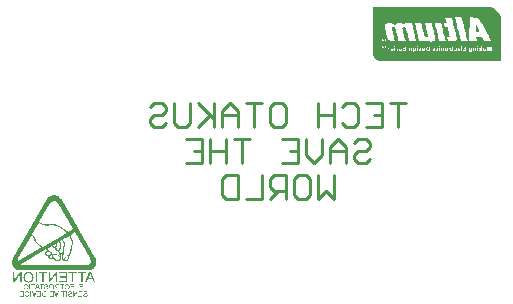
<source format=gbo>
G04*
G04 #@! TF.GenerationSoftware,Altium Limited,Altium Designer,21.0.8 (223)*
G04*
G04 Layer_Color=32896*
%FSLAX42Y42*%
%MOMM*%
G71*
G04*
G04 #@! TF.SameCoordinates,3342F10C-20B5-45E4-B721-DC8BC5ABD3D0*
G04*
G04*
G04 #@! TF.FilePolarity,Positive*
G04*
G01*
G75*
%ADD14C,0.25*%
G36*
X3967Y2516D02*
X3984Y2513D01*
X3990Y2511D01*
X3994Y2510D01*
X3997Y2508D01*
X3999D01*
X4010Y2501D01*
X4019Y2493D01*
X4036Y2477D01*
X4048Y2462D01*
X4055Y2449D01*
X4061Y2437D01*
X4063Y2428D01*
X4064Y2422D01*
Y2419D01*
Y2060D01*
X4063Y2057D01*
X3030D01*
X3013Y2066D01*
X3001Y2077D01*
X2993Y2086D01*
X2987Y2096D01*
X2984Y2104D01*
X2981Y2109D01*
Y2114D01*
Y2115D01*
Y2514D01*
Y2516D01*
X2982Y2517D01*
X3951D01*
X3967Y2516D01*
D02*
G37*
G36*
X292Y921D02*
X304Y918D01*
X309Y916D01*
X312Y915D01*
X314Y913D01*
X315D01*
X319Y911D01*
X320Y910D01*
X329Y902D01*
X335Y894D01*
X340Y888D01*
X341Y887D01*
Y886D01*
X625Y394D01*
X626D01*
Y393D01*
X628Y389D01*
X630Y386D01*
X631Y384D01*
Y383D01*
X632Y381D01*
X633Y377D01*
X634Y374D01*
Y373D01*
X635Y363D01*
Y353D01*
X633Y345D01*
X631Y337D01*
X629Y331D01*
X627Y326D01*
X626Y323D01*
X625Y322D01*
Y321D01*
X621Y315D01*
X620Y314D01*
X619Y313D01*
X614Y308D01*
X613Y306D01*
X612Y305D01*
X603Y298D01*
X595Y294D01*
X586Y290D01*
X578Y288D01*
X572Y287D01*
X567Y286D01*
X-12D01*
X-15Y287D01*
X-21D01*
X-24Y288D01*
X-27Y289D01*
X-28D01*
X-38Y293D01*
X-46Y298D01*
X-53Y304D01*
X-58Y309D01*
X-62Y315D01*
X-65Y318D01*
X-67Y321D01*
X-68Y322D01*
X-69D01*
X-71Y326D01*
X-72Y329D01*
X-73Y331D01*
Y332D01*
X-74Y336D01*
X-75Y339D01*
X-76Y341D01*
Y342D01*
X-77Y353D01*
Y363D01*
X-76Y372D01*
X-74Y379D01*
X-72Y386D01*
X-70Y391D01*
X-69Y394D01*
X-68Y395D01*
X215Y887D01*
X220Y893D01*
X221Y895D01*
X222Y896D01*
X224Y899D01*
X226Y901D01*
X228Y903D01*
X229Y904D01*
X237Y910D01*
X245Y915D01*
X254Y918D01*
X261Y921D01*
X268Y922D01*
X273Y923D01*
X278D01*
X292Y921D01*
D02*
G37*
G36*
X303Y184D02*
X292D01*
Y255D01*
X244Y184D01*
X232D01*
Y274D01*
X243D01*
Y203D01*
X291Y274D01*
X303D01*
Y184D01*
D02*
G37*
G36*
X2D02*
X-9D01*
Y255D01*
X-57Y184D01*
X-68D01*
Y274D01*
X-58D01*
Y203D01*
X-10Y274D01*
X2D01*
Y184D01*
D02*
G37*
G36*
X625D02*
X613D01*
X603Y211D01*
X566D01*
X555Y184D01*
X541D01*
X577Y274D01*
X590D01*
X625Y184D01*
D02*
G37*
G36*
X548Y263D02*
X518D01*
Y184D01*
X506D01*
Y263D01*
X476D01*
Y274D01*
X548D01*
Y263D01*
D02*
G37*
G36*
X470D02*
X441D01*
Y184D01*
X429D01*
Y263D01*
X399D01*
Y274D01*
X470D01*
Y263D01*
D02*
G37*
G36*
X387Y184D02*
X320D01*
Y194D01*
X375D01*
Y225D01*
X324D01*
Y235D01*
X375D01*
Y263D01*
X321D01*
Y274D01*
X387D01*
Y184D01*
D02*
G37*
G36*
X219Y263D02*
X190D01*
Y184D01*
X177D01*
Y263D01*
X147D01*
Y274D01*
X219D01*
Y263D01*
D02*
G37*
G36*
X133Y184D02*
X121D01*
Y274D01*
X133D01*
Y184D01*
D02*
G37*
G36*
X68Y275D02*
X73Y274D01*
X83Y270D01*
X86Y267D01*
X89Y265D01*
X90Y264D01*
X91Y263D01*
X95Y258D01*
X98Y252D01*
X102Y241D01*
X103Y236D01*
X104Y232D01*
Y229D01*
Y228D01*
X103Y219D01*
X101Y212D01*
X99Y207D01*
X98Y205D01*
X94Y198D01*
X89Y192D01*
X85Y189D01*
X83Y189D01*
X75Y186D01*
X68Y184D01*
X63Y183D01*
X61D01*
X52Y184D01*
X45Y186D01*
X41Y187D01*
X39Y188D01*
X32Y192D01*
X27Y198D01*
X24Y202D01*
X23Y204D01*
X20Y212D01*
X19Y220D01*
X18Y226D01*
Y227D01*
Y228D01*
X19Y238D01*
X20Y246D01*
X22Y251D01*
X23Y253D01*
X27Y260D01*
X32Y266D01*
X36Y269D01*
X38Y270D01*
X46Y274D01*
X53Y275D01*
X59Y276D01*
X61D01*
X68Y275D01*
D02*
G37*
G36*
X394Y169D02*
X396Y168D01*
X397D01*
X401Y166D01*
X403Y163D01*
X405Y161D01*
Y160D01*
X407Y155D01*
X408Y151D01*
Y148D01*
Y147D01*
X407Y139D01*
X406Y136D01*
Y135D01*
X404Y132D01*
X401Y130D01*
X400Y128D01*
X399D01*
X395Y126D01*
X391Y125D01*
X386D01*
X382Y126D01*
X378Y127D01*
X375Y128D01*
X374Y129D01*
X371Y131D01*
X369Y135D01*
X368Y138D01*
Y139D01*
X374Y140D01*
X375Y136D01*
X377Y134D01*
X378Y132D01*
X379D01*
X381Y131D01*
X384Y130D01*
X387D01*
X392Y131D01*
X395D01*
X399Y135D01*
X400Y136D01*
Y137D01*
X402Y144D01*
Y146D01*
Y147D01*
X401Y153D01*
X400Y155D01*
Y156D01*
X399Y159D01*
X397Y161D01*
X396Y163D01*
X395D01*
X392Y164D01*
X389Y165D01*
X386D01*
X381Y164D01*
X379Y163D01*
X377Y161D01*
X375Y159D01*
X374Y157D01*
Y156D01*
X369Y157D01*
X370Y161D01*
X372Y164D01*
X374Y166D01*
X375Y167D01*
X379Y169D01*
X382Y170D01*
X391D01*
X394Y169D01*
D02*
G37*
G36*
X47D02*
X49Y168D01*
X50D01*
X54Y166D01*
X56Y163D01*
X58Y161D01*
Y160D01*
X60Y155D01*
X61Y151D01*
Y148D01*
Y147D01*
X60Y143D01*
X59Y139D01*
X58Y136D01*
Y135D01*
X56Y132D01*
X54Y130D01*
X52Y128D01*
X51D01*
X47Y126D01*
X43Y125D01*
X39D01*
X34Y126D01*
X30Y127D01*
X28Y128D01*
X27Y129D01*
X24Y131D01*
X22Y135D01*
X21Y138D01*
Y139D01*
X27Y140D01*
X28Y136D01*
X29Y134D01*
X30Y132D01*
X31D01*
X37Y130D01*
X40D01*
X45Y131D01*
X48D01*
X52Y135D01*
X53Y136D01*
Y137D01*
X55Y144D01*
Y146D01*
Y147D01*
X54Y153D01*
X53Y155D01*
Y156D01*
X52Y159D01*
X50Y161D01*
X49Y163D01*
X48D01*
X42Y165D01*
X39D01*
X34Y164D01*
X32Y163D01*
X30Y161D01*
X28Y159D01*
X27Y157D01*
Y156D01*
X21Y157D01*
X23Y161D01*
X25Y164D01*
X27Y166D01*
X28Y167D01*
X31Y169D01*
X35Y170D01*
X43D01*
X47Y169D01*
D02*
G37*
G36*
X525Y125D02*
X491D01*
Y130D01*
X519D01*
Y145D01*
X494D01*
Y150D01*
X519D01*
Y164D01*
X492D01*
Y170D01*
X525D01*
Y125D01*
D02*
G37*
G36*
X483D02*
X455D01*
Y130D01*
X477D01*
Y170D01*
X483D01*
Y125D01*
D02*
G37*
G36*
X447D02*
X414D01*
Y130D01*
X442D01*
Y145D01*
X417D01*
Y150D01*
X442D01*
Y164D01*
X416D01*
Y170D01*
X447D01*
Y125D01*
D02*
G37*
G36*
X364Y164D02*
X349D01*
Y125D01*
X343D01*
Y164D01*
X328D01*
Y170D01*
X364D01*
Y164D01*
D02*
G37*
G36*
X321Y125D02*
X316D01*
Y144D01*
X304D01*
X303Y143D01*
X302D01*
X301Y142D01*
X300Y141D01*
Y140D01*
X299Y139D01*
X298Y137D01*
X296Y135D01*
Y134D01*
X290Y125D01*
X282D01*
X290Y137D01*
X294Y141D01*
X295Y143D01*
X298Y144D01*
X299Y145D01*
X294Y146D01*
X291Y147D01*
X290Y149D01*
X289D01*
X287Y152D01*
X286Y154D01*
Y156D01*
Y157D01*
X287Y162D01*
X288Y164D01*
X291Y168D01*
X292Y169D01*
X293D01*
X299Y170D01*
X321D01*
Y125D01*
D02*
G37*
G36*
X263Y169D02*
X268Y167D01*
X272Y165D01*
X273Y164D01*
X276Y159D01*
X277Y153D01*
X278Y148D01*
Y147D01*
Y146D01*
Y142D01*
X277Y138D01*
X276Y136D01*
Y135D01*
X274Y132D01*
X271Y130D01*
X269Y128D01*
X268D01*
X265Y126D01*
X261Y125D01*
X253D01*
X249Y126D01*
X247Y127D01*
X246D01*
X240Y132D01*
X239Y134D01*
X238Y135D01*
X236Y139D01*
X235Y143D01*
Y146D01*
Y147D01*
Y152D01*
X236Y156D01*
X237Y158D01*
X238Y159D01*
X240Y163D01*
X243Y165D01*
X244Y167D01*
X245D01*
X249Y169D01*
X253Y170D01*
X257D01*
X263Y169D01*
D02*
G37*
G36*
X219D02*
X220D01*
X224Y166D01*
X226Y165D01*
Y164D01*
X228Y160D01*
Y159D01*
Y158D01*
X227Y154D01*
X226Y153D01*
Y152D01*
X225Y151D01*
X223Y149D01*
X222Y148D01*
X221D01*
X219Y147D01*
X216Y146D01*
X213Y145D01*
X212D01*
X208Y144D01*
X206Y143D01*
X204D01*
X201Y141D01*
X200Y140D01*
X199Y138D01*
Y137D01*
Y136D01*
Y134D01*
X200Y133D01*
X203Y131D01*
X204Y130D01*
X217D01*
X219Y132D01*
X221Y133D01*
X222Y134D01*
X224Y137D01*
Y139D01*
X229D01*
X228Y133D01*
X227Y132D01*
Y131D01*
X222Y128D01*
X221Y127D01*
X220D01*
X213Y125D01*
X210D01*
X204Y126D01*
X202Y127D01*
X201D01*
X197Y129D01*
X195Y130D01*
X194Y135D01*
Y137D01*
X194Y142D01*
X195Y143D01*
X199Y147D01*
X200Y148D01*
X201D01*
X204Y149D01*
X207Y150D01*
X210Y151D01*
X211D01*
X215Y152D01*
X218Y153D01*
X220Y154D01*
X222Y157D01*
Y158D01*
X221Y160D01*
X220Y162D01*
X219Y163D01*
X217Y164D01*
X215Y165D01*
X208D01*
X206Y164D01*
X204Y163D01*
X202Y161D01*
X201Y159D01*
X200Y157D01*
Y156D01*
X195Y157D01*
X196Y162D01*
X197Y164D01*
X201Y168D01*
X202Y169D01*
X203D01*
X209Y170D01*
X217D01*
X219Y169D01*
D02*
G37*
G36*
X190Y164D02*
X175D01*
Y125D01*
X169D01*
Y164D01*
X154D01*
Y170D01*
X190D01*
Y164D01*
D02*
G37*
G36*
X157Y125D02*
X151D01*
X146Y138D01*
X127D01*
X121Y125D01*
X114D01*
X133Y170D01*
X140D01*
X157Y125D01*
D02*
G37*
G36*
X118Y164D02*
X103D01*
Y125D01*
X97D01*
Y164D01*
X82D01*
Y170D01*
X118D01*
Y164D01*
D02*
G37*
G36*
X75Y125D02*
X69D01*
Y170D01*
X75D01*
Y125D01*
D02*
G37*
G36*
X475Y64D02*
X469D01*
Y99D01*
X446Y64D01*
X440D01*
Y109D01*
X446D01*
Y74D01*
X469Y109D01*
X475D01*
Y64D01*
D02*
G37*
G36*
X113D02*
X106D01*
X89Y109D01*
X95D01*
X107Y76D01*
X109Y71D01*
X110Y70D01*
Y71D01*
X111Y73D01*
X112Y75D01*
Y76D01*
X124Y109D01*
X130D01*
X113Y64D01*
D02*
G37*
G36*
X302D02*
X296D01*
X278Y109D01*
X284D01*
X296Y76D01*
X298Y71D01*
X299Y70D01*
Y69D01*
X300Y73D01*
X301Y75D01*
Y76D01*
X313Y109D01*
X320D01*
X302Y64D01*
D02*
G37*
G36*
X55Y109D02*
X57Y108D01*
X58Y107D01*
X64Y102D01*
X65Y100D01*
X66Y99D01*
X68Y91D01*
Y88D01*
Y87D01*
Y82D01*
X67Y78D01*
X66Y76D01*
Y75D01*
X64Y71D01*
X62Y68D01*
X60Y67D01*
X59Y66D01*
X55Y64D01*
X51Y63D01*
X47D01*
X42Y64D01*
X38Y65D01*
X36Y66D01*
X35Y67D01*
X32Y70D01*
X30Y74D01*
X28Y77D01*
Y78D01*
X34Y80D01*
X36Y76D01*
X37Y73D01*
X38Y72D01*
X39Y71D01*
X42Y69D01*
X45Y68D01*
X48D01*
X53Y69D01*
X54Y70D01*
X55D01*
X57Y72D01*
X59Y74D01*
X60Y76D01*
Y77D01*
X62Y84D01*
Y86D01*
Y87D01*
X61Y93D01*
Y95D01*
Y96D01*
X60Y99D01*
X58Y101D01*
X57Y102D01*
X56D01*
X53Y104D01*
X50Y105D01*
X47D01*
X41Y104D01*
X40Y103D01*
X39D01*
X37Y101D01*
X36Y98D01*
X35Y96D01*
Y95D01*
X29Y97D01*
X31Y101D01*
X33Y104D01*
X35Y106D01*
X36Y107D01*
X39Y109D01*
X43Y110D01*
X51D01*
X55Y109D01*
D02*
G37*
G36*
X517Y64D02*
X483D01*
Y69D01*
X511D01*
Y84D01*
X486D01*
Y90D01*
X511D01*
Y104D01*
X485D01*
Y109D01*
X517D01*
Y64D01*
D02*
G37*
G36*
X387D02*
X381D01*
Y109D01*
X387D01*
Y64D01*
D02*
G37*
G36*
X374Y104D02*
X359D01*
Y64D01*
X353D01*
Y104D01*
X338D01*
Y109D01*
X374D01*
Y104D01*
D02*
G37*
G36*
X331Y64D02*
X324D01*
Y109D01*
X331D01*
Y64D01*
D02*
G37*
G36*
X273D02*
X239D01*
Y69D01*
X267D01*
Y84D01*
X242D01*
Y90D01*
X267D01*
Y104D01*
X240D01*
Y109D01*
X273D01*
Y64D01*
D02*
G37*
G36*
X213D02*
X190D01*
X186Y66D01*
X185Y67D01*
X182Y69D01*
X180Y71D01*
X178Y76D01*
X177Y77D01*
Y78D01*
X176Y81D01*
Y84D01*
Y86D01*
Y87D01*
Y91D01*
X177Y94D01*
X178Y96D01*
Y97D01*
X181Y103D01*
X182Y104D01*
X183Y105D01*
X188Y108D01*
X189Y109D01*
X213D01*
Y64D01*
D02*
G37*
G36*
X168D02*
X134D01*
Y69D01*
X162D01*
Y84D01*
X137D01*
Y90D01*
X162D01*
Y104D01*
X135D01*
Y109D01*
X168D01*
Y64D01*
D02*
G37*
G36*
X82D02*
X76D01*
Y109D01*
X82D01*
Y64D01*
D02*
G37*
G36*
X21D02*
X-13D01*
Y69D01*
X15D01*
Y84D01*
X-11D01*
Y90D01*
X15D01*
Y104D01*
X-12D01*
Y109D01*
X21D01*
Y64D01*
D02*
G37*
G36*
X549Y109D02*
X551Y108D01*
X552D01*
X556Y106D01*
X558Y105D01*
Y104D01*
X560Y99D01*
Y98D01*
Y97D01*
X559Y93D01*
Y92D01*
X556Y88D01*
X554Y87D01*
X551Y86D01*
X548D01*
X546Y85D01*
X545D01*
X539Y83D01*
X538Y82D01*
X537D01*
X534Y81D01*
X533Y80D01*
X531Y77D01*
Y76D01*
X532Y73D01*
X533Y72D01*
X535Y70D01*
X536Y69D01*
X537D01*
X541Y68D01*
X543D01*
X548Y69D01*
X549Y70D01*
X550D01*
X553Y72D01*
X554Y73D01*
X556Y77D01*
Y78D01*
Y79D01*
X562Y78D01*
X561Y75D01*
X560Y73D01*
X559Y71D01*
Y70D01*
X557Y68D01*
X555Y66D01*
X554Y65D01*
X553D01*
X546Y63D01*
X542D01*
X536Y64D01*
X535Y65D01*
X534D01*
X529Y68D01*
X528Y70D01*
X526Y75D01*
Y76D01*
Y77D01*
X527Y81D01*
X528Y83D01*
X532Y87D01*
X533Y88D01*
X534D01*
X537Y89D01*
X540Y90D01*
X543Y91D01*
X544D01*
X548Y92D01*
X551Y93D01*
X553Y94D01*
X554Y97D01*
Y98D01*
X553Y102D01*
X552Y103D01*
X550Y104D01*
X547Y105D01*
X541D01*
X538Y104D01*
X537Y103D01*
X536Y102D01*
X534Y100D01*
X533Y98D01*
Y97D01*
Y96D01*
X527D01*
X528Y102D01*
X529Y103D01*
Y104D01*
X533Y107D01*
X534Y108D01*
X535D01*
X541Y110D01*
X544D01*
X549Y109D01*
D02*
G37*
G36*
X420D02*
X422Y108D01*
X423D01*
X427Y106D01*
X429Y105D01*
Y104D01*
X431Y99D01*
Y98D01*
Y97D01*
X430Y93D01*
X429Y92D01*
X428Y90D01*
X426Y88D01*
X425Y87D01*
X424D01*
X422Y86D01*
X419D01*
X417Y85D01*
X416D01*
X410Y83D01*
X408Y82D01*
X407D01*
X404Y81D01*
X403Y80D01*
X402Y77D01*
Y76D01*
Y73D01*
X403Y72D01*
X406Y70D01*
X407Y69D01*
X411Y68D01*
X413D01*
X418Y69D01*
X419Y70D01*
X420D01*
X422Y71D01*
X424Y72D01*
X425Y73D01*
X426Y77D01*
X427Y79D01*
X432Y78D01*
X431Y73D01*
X430Y71D01*
Y70D01*
X428Y68D01*
X426Y66D01*
X424Y65D01*
X423D01*
X416Y63D01*
X413D01*
X407Y64D01*
X405Y65D01*
X404D01*
X402Y66D01*
X400Y68D01*
X398Y69D01*
Y70D01*
X396Y75D01*
Y76D01*
Y77D01*
X397Y81D01*
X398Y83D01*
X402Y87D01*
X403Y88D01*
X404D01*
X411Y90D01*
X413Y91D01*
X414D01*
X418Y92D01*
X421Y93D01*
X423Y94D01*
X425Y96D01*
Y98D01*
X424Y100D01*
X423Y102D01*
X422Y103D01*
X420Y104D01*
X417Y105D01*
X411D01*
X408Y104D01*
X407Y103D01*
X406Y102D01*
X405Y101D01*
X404Y99D01*
X403Y97D01*
Y96D01*
X398D01*
X399Y102D01*
X400Y103D01*
Y104D01*
X404Y107D01*
X405Y108D01*
X406D01*
X412Y110D01*
X415D01*
X420Y109D01*
D02*
G37*
%LPC*%
G36*
X3204Y2383D02*
X3199D01*
X3189Y2382D01*
X3180Y2380D01*
X3174Y2376D01*
X3171Y2373D01*
X3168Y2370D01*
X3167Y2367D01*
Y2365D01*
Y2364D01*
X3162D01*
X3155Y2370D01*
X3146Y2376D01*
X3129Y2380D01*
X3123Y2382D01*
X3118Y2383D01*
X3113D01*
X3101Y2382D01*
X3092Y2379D01*
X3085Y2376D01*
X3080Y2371D01*
X3077Y2365D01*
X3076Y2362D01*
Y2360D01*
Y2358D01*
Y2357D01*
Y2354D01*
X3079Y2343D01*
X3082Y2330D01*
X3085Y2316D01*
X3088Y2301D01*
X3091Y2290D01*
X3092Y2281D01*
X3094Y2279D01*
Y2278D01*
X3098Y2261D01*
X3104Y2248D01*
X3113Y2239D01*
X3120Y2233D01*
X3129Y2230D01*
X3137Y2229D01*
X3141Y2227D01*
X3164D01*
X3159Y2245D01*
X3155Y2260D01*
X3152Y2273D01*
X3149Y2285D01*
X3146Y2296D01*
X3144Y2304D01*
X3141Y2318D01*
X3140Y2327D01*
X3138Y2333D01*
Y2336D01*
Y2340D01*
X3140Y2343D01*
X3143Y2345D01*
X3159D01*
X3162Y2343D01*
X3164Y2340D01*
X3167Y2334D01*
X3170Y2327D01*
X3176Y2307D01*
X3182Y2287D01*
X3186Y2264D01*
X3190Y2245D01*
X3192Y2237D01*
X3193Y2232D01*
X3195Y2229D01*
Y2227D01*
X3253D01*
X3248Y2245D01*
X3244Y2260D01*
X3241Y2275D01*
X3238Y2287D01*
X3235Y2297D01*
X3232Y2306D01*
X3229Y2321D01*
X3228Y2330D01*
X3226Y2336D01*
Y2339D01*
Y2340D01*
X3228Y2343D01*
X3231Y2345D01*
X3247D01*
X3250Y2343D01*
X3253Y2340D01*
X3256Y2334D01*
X3259Y2327D01*
X3265Y2307D01*
X3271Y2287D01*
X3275Y2264D01*
X3280Y2245D01*
X3281Y2237D01*
X3283Y2232D01*
X3284Y2229D01*
Y2227D01*
X3341D01*
X3304Y2379D01*
X3247D01*
X3248Y2365D01*
Y2364D01*
X3241Y2370D01*
X3232Y2376D01*
X3217Y2380D01*
X3210Y2382D01*
X3204Y2383D01*
D02*
G37*
G36*
X3476Y2379D02*
X3420D01*
X3445Y2272D01*
X3443Y2267D01*
X3442Y2264D01*
X3440Y2263D01*
X3423D01*
X3421Y2264D01*
X3418Y2267D01*
X3415Y2273D01*
X3412Y2281D01*
X3408Y2300D01*
X3402Y2321D01*
X3396Y2342D01*
X3393Y2361D01*
X3390Y2368D01*
Y2374D01*
X3388Y2377D01*
Y2379D01*
X3332D01*
X3368Y2227D01*
X3426D01*
X3423Y2234D01*
X3421Y2239D01*
Y2240D01*
Y2242D01*
X3423D01*
X3430Y2236D01*
X3437Y2232D01*
X3452Y2227D01*
X3457Y2226D01*
X3461Y2224D01*
X3466D01*
X3479Y2226D01*
X3490Y2229D01*
X3496Y2232D01*
X3501Y2237D01*
X3504Y2242D01*
X3506Y2245D01*
Y2248D01*
Y2249D01*
Y2252D01*
X3504Y2257D01*
X3503Y2264D01*
X3501Y2273D01*
X3497Y2294D01*
X3491Y2316D01*
X3485Y2340D01*
X3481Y2360D01*
X3479Y2367D01*
X3478Y2373D01*
X3476Y2377D01*
Y2379D01*
D02*
G37*
G36*
X3074Y2245D02*
X3068D01*
X3067Y2234D01*
X3065D01*
X3058Y2245D01*
X3056D01*
Y2227D01*
X3058D01*
Y2234D01*
X3061D01*
Y2230D01*
X3062Y2229D01*
X3064Y2227D01*
X3067D01*
Y2233D01*
X3070D01*
Y2227D01*
X3074D01*
Y2245D01*
D02*
G37*
G36*
X3823Y2428D02*
X3798D01*
X3796Y2400D01*
X3795Y2373D01*
Y2349D01*
X3793Y2328D01*
Y2309D01*
X3792Y2293D01*
Y2279D01*
Y2267D01*
X3790Y2257D01*
Y2248D01*
Y2240D01*
Y2236D01*
Y2229D01*
Y2227D01*
X3856D01*
Y2236D01*
X3854Y2246D01*
X3853Y2255D01*
Y2257D01*
Y2258D01*
Y2260D01*
X3854Y2261D01*
X3856Y2263D01*
X3899D01*
X3902Y2261D01*
X3903Y2257D01*
X3906Y2251D01*
X3909Y2245D01*
X3912Y2237D01*
X3914Y2233D01*
X3915Y2229D01*
Y2227D01*
X3982D01*
X3972Y2248D01*
X3961Y2267D01*
X3952Y2284D01*
X3945Y2297D01*
X3938Y2310D01*
X3932Y2321D01*
X3927Y2330D01*
X3923Y2337D01*
X3917Y2349D01*
X3914Y2355D01*
X3911Y2358D01*
Y2360D01*
X3906Y2371D01*
X3900Y2382D01*
X3887Y2400D01*
X3872Y2412D01*
X3856Y2419D01*
X3842Y2425D01*
X3830Y2426D01*
X3823Y2428D01*
D02*
G37*
G36*
X3726D02*
X3671D01*
X3676Y2410D01*
X3679Y2398D01*
X3682Y2388D01*
X3683Y2382D01*
X3685Y2377D01*
X3686Y2376D01*
Y2374D01*
X3692Y2349D01*
X3698Y2325D01*
X3702Y2306D01*
X3707Y2290D01*
X3710Y2275D01*
X3713Y2263D01*
X3716Y2254D01*
X3719Y2245D01*
X3720Y2239D01*
X3722Y2234D01*
X3723Y2230D01*
X3725Y2227D01*
X3778D01*
X3769Y2263D01*
X3762Y2294D01*
X3756Y2321D01*
X3750Y2343D01*
X3746Y2362D01*
X3741Y2379D01*
X3737Y2392D01*
X3734Y2403D01*
X3732Y2412D01*
X3731Y2418D01*
X3729Y2422D01*
X3728Y2425D01*
X3726Y2428D01*
D02*
G37*
G36*
X3557Y2379D02*
X3500D01*
X3503Y2365D01*
X3506Y2357D01*
X3509Y2349D01*
X3510Y2345D01*
Y2342D01*
X3512Y2340D01*
X3516Y2321D01*
X3519Y2303D01*
X3524Y2288D01*
X3527Y2275D01*
X3530Y2264D01*
X3531Y2255D01*
X3534Y2248D01*
X3536Y2242D01*
X3539Y2233D01*
X3540Y2229D01*
X3542Y2227D01*
X3594D01*
Y2230D01*
X3592Y2236D01*
X3591Y2243D01*
X3588Y2254D01*
X3585Y2264D01*
X3582Y2278D01*
X3574Y2306D01*
X3568Y2333D01*
X3565Y2345D01*
X3562Y2357D01*
X3560Y2365D01*
X3558Y2373D01*
X3557Y2377D01*
Y2379D01*
D02*
G37*
G36*
X3089Y2245D02*
X3076D01*
Y2242D01*
X3079D01*
X3080Y2240D01*
X3082Y2239D01*
Y2227D01*
X3085D01*
Y2239D01*
X3089Y2245D01*
D02*
G37*
G36*
X3646Y2426D02*
X3589D01*
X3592Y2413D01*
X3595Y2403D01*
X3597Y2395D01*
X3598Y2389D01*
X3600Y2386D01*
Y2383D01*
Y2382D01*
Y2380D01*
X3577D01*
X3580Y2368D01*
X3582Y2360D01*
X3585Y2354D01*
X3586Y2349D01*
X3588Y2346D01*
Y2345D01*
X3607D01*
X3609Y2343D01*
X3610Y2342D01*
X3613Y2333D01*
X3616Y2321D01*
X3619Y2307D01*
X3622Y2293D01*
X3623Y2281D01*
X3626Y2272D01*
Y2270D01*
Y2269D01*
Y2266D01*
X3625Y2263D01*
X3607D01*
X3615Y2233D01*
X3616Y2230D01*
X3619Y2229D01*
X3629Y2227D01*
X3640Y2226D01*
X3644D01*
X3659Y2227D01*
X3670Y2229D01*
X3677Y2232D01*
X3682Y2236D01*
X3685Y2239D01*
X3687Y2242D01*
Y2243D01*
Y2245D01*
Y2251D01*
Y2255D01*
X3686Y2261D01*
X3683Y2272D01*
X3682Y2284D01*
X3677Y2297D01*
X3674Y2312D01*
X3667Y2343D01*
X3659Y2374D01*
X3655Y2388D01*
X3652Y2401D01*
X3650Y2412D01*
X3647Y2419D01*
X3646Y2425D01*
Y2426D01*
D02*
G37*
G36*
X3869Y2184D02*
X3862D01*
Y2178D01*
X3869D01*
Y2184D01*
D02*
G37*
G36*
X3545D02*
X3537D01*
Y2178D01*
X3545D01*
Y2184D01*
D02*
G37*
G36*
X3359D02*
X3351D01*
Y2178D01*
X3359D01*
Y2184D01*
D02*
G37*
G36*
X3167D02*
X3159D01*
Y2178D01*
X3167D01*
Y2184D01*
D02*
G37*
G36*
X3074Y2185D02*
X3068D01*
Y2184D01*
X3067Y2181D01*
Y2179D01*
Y2178D01*
X3065D01*
X3058Y2185D01*
X3056D01*
Y2171D01*
X3058D01*
Y2176D01*
X3061D01*
Y2173D01*
X3062Y2172D01*
X3064Y2171D01*
X3067D01*
Y2175D01*
X3070D01*
Y2171D01*
X3074D01*
Y2185D01*
D02*
G37*
G36*
X3851Y2172D02*
X3845D01*
X3844Y2171D01*
X3839Y2172D01*
X3833D01*
X3830Y2171D01*
X3827Y2169D01*
Y2168D01*
Y2145D01*
X3835D01*
Y2163D01*
X3836Y2166D01*
X3838Y2168D01*
X3842D01*
X3844Y2166D01*
Y2165D01*
Y2163D01*
Y2145D01*
X3851D01*
Y2172D01*
D02*
G37*
G36*
X3634D02*
X3628D01*
X3626Y2171D01*
X3622Y2172D01*
X3621D01*
Y2165D01*
X3625Y2163D01*
X3628Y2159D01*
X3629Y2153D01*
Y2151D01*
Y2145D01*
X3634D01*
Y2172D01*
D02*
G37*
G36*
X3579D02*
X3571D01*
X3570Y2171D01*
X3565Y2172D01*
X3560D01*
X3557Y2171D01*
X3554Y2166D01*
Y2163D01*
Y2162D01*
Y2145D01*
X3561D01*
Y2163D01*
Y2165D01*
X3562Y2166D01*
X3564Y2168D01*
X3567D01*
X3570Y2166D01*
X3571Y2162D01*
Y2157D01*
Y2156D01*
Y2145D01*
X3579D01*
Y2172D01*
D02*
G37*
G36*
X3338D02*
X3327D01*
X3326Y2171D01*
X3321Y2172D01*
X3317D01*
Y2153D01*
X3318Y2144D01*
X3321Y2138D01*
X3324Y2135D01*
X3326Y2133D01*
X3336D01*
X3338Y2135D01*
X3339Y2136D01*
X3341Y2138D01*
Y2141D01*
X3332Y2139D01*
X3330D01*
X3327Y2141D01*
X3326Y2142D01*
Y2144D01*
Y2147D01*
X3329D01*
X3330Y2145D01*
X3332D01*
X3339Y2147D01*
X3342Y2151D01*
X3344Y2156D01*
Y2157D01*
Y2160D01*
X3342Y2166D01*
X3339Y2169D01*
X3338Y2172D01*
D02*
G37*
G36*
X3116D02*
X3112D01*
X3109Y2171D01*
X3104Y2172D01*
X3101D01*
Y2165D01*
X3106D01*
X3107Y2163D01*
X3109Y2162D01*
Y2145D01*
X3116D01*
Y2172D01*
D02*
G37*
G36*
X3089Y2185D02*
X3076D01*
Y2184D01*
X3079Y2182D01*
X3080Y2178D01*
X3082Y2172D01*
Y2171D01*
X3083D01*
X3085Y2178D01*
X3086Y2182D01*
X3088Y2184D01*
X3089D01*
Y2185D01*
D02*
G37*
G36*
X3930Y2172D02*
X3915D01*
X3912Y2171D01*
X3911Y2166D01*
Y2163D01*
Y2162D01*
Y2145D01*
X3915Y2147D01*
X3917D01*
X3921Y2145D01*
X3929D01*
X3932Y2148D01*
X3933Y2150D01*
X3935Y2151D01*
Y2156D01*
X3933Y2157D01*
X3932Y2160D01*
X3926Y2162D01*
X3920Y2163D01*
X3917D01*
Y2165D01*
X3918Y2166D01*
X3920Y2168D01*
X3923D01*
X3932Y2165D01*
Y2169D01*
X3930Y2172D01*
D02*
G37*
G36*
X3900Y2185D02*
X3893D01*
Y2165D01*
X3891D01*
X3884Y2172D01*
X3876D01*
X3885Y2160D01*
X3875Y2145D01*
X3882D01*
X3884Y2147D01*
X3887Y2150D01*
X3890Y2153D01*
X3891Y2154D01*
X3893D01*
Y2145D01*
X3900D01*
Y2185D01*
D02*
G37*
G36*
X3220Y2172D02*
X3208D01*
X3204Y2169D01*
X3202Y2165D01*
X3201Y2162D01*
Y2160D01*
Y2145D01*
X3216D01*
X3225Y2147D01*
Y2156D01*
X3223Y2157D01*
X3222Y2160D01*
X3216Y2162D01*
X3211Y2163D01*
X3208D01*
X3210Y2166D01*
X3211Y2168D01*
X3214D01*
X3223Y2165D01*
Y2169D01*
X3222Y2171D01*
X3220Y2172D01*
D02*
G37*
G36*
X3984Y2181D02*
X3975D01*
X3973Y2179D01*
X3972Y2178D01*
X3967Y2169D01*
X3966Y2162D01*
X3964Y2159D01*
Y2157D01*
X3961D01*
Y2159D01*
X3960Y2162D01*
X3958Y2171D01*
X3957Y2178D01*
X3955Y2179D01*
Y2181D01*
X3943D01*
Y2145D01*
X3951D01*
Y2165D01*
X3954D01*
X3955Y2160D01*
X3957Y2154D01*
X3958Y2148D01*
X3960Y2147D01*
Y2145D01*
X3964D01*
X3966Y2147D01*
X3967Y2148D01*
X3970Y2156D01*
X3972Y2162D01*
Y2163D01*
Y2165D01*
X3976D01*
Y2145D01*
X3984D01*
Y2181D01*
D02*
G37*
G36*
X3710Y2172D02*
X3701D01*
X3696Y2169D01*
X3695Y2166D01*
X3693Y2165D01*
Y2156D01*
X3710D01*
Y2154D01*
X3708Y2151D01*
X3698D01*
X3695Y2153D01*
Y2145D01*
X3704D01*
X3710Y2147D01*
X3714Y2150D01*
X3717Y2151D01*
Y2153D01*
Y2165D01*
X3714Y2169D01*
X3711Y2171D01*
X3710Y2172D01*
D02*
G37*
G36*
X3408D02*
X3402D01*
X3397Y2169D01*
X3396Y2165D01*
X3394Y2162D01*
Y2160D01*
Y2156D01*
X3411D01*
Y2154D01*
X3409Y2153D01*
X3408Y2151D01*
X3399D01*
X3396Y2153D01*
Y2148D01*
X3397Y2145D01*
X3411D01*
X3415Y2150D01*
X3418Y2154D01*
X3420Y2156D01*
Y2157D01*
X3418Y2166D01*
X3412Y2171D01*
X3408Y2172D01*
D02*
G37*
G36*
X3143D02*
X3132D01*
X3129Y2169D01*
X3126Y2165D01*
Y2162D01*
Y2160D01*
Y2156D01*
X3143D01*
Y2154D01*
X3141Y2153D01*
X3140Y2151D01*
X3131D01*
X3128Y2153D01*
Y2148D01*
X3129Y2145D01*
X3143D01*
X3147Y2150D01*
X3150Y2154D01*
X3152Y2156D01*
Y2157D01*
X3150Y2165D01*
X3147Y2169D01*
X3144Y2171D01*
X3143Y2172D01*
D02*
G37*
G36*
X3869D02*
X3862D01*
Y2145D01*
X3869D01*
Y2172D01*
D02*
G37*
G36*
X3811D02*
X3792D01*
Y2147D01*
X3793Y2141D01*
X3795Y2136D01*
X3798Y2135D01*
X3799Y2133D01*
X3812D01*
X3814Y2135D01*
X3815Y2136D01*
X3817Y2138D01*
Y2141D01*
X3807Y2139D01*
X3805D01*
X3804Y2141D01*
X3802Y2142D01*
X3801Y2144D01*
X3799D01*
X3802Y2147D01*
X3805Y2145D01*
X3811D01*
X3815Y2148D01*
X3817Y2151D01*
X3818Y2153D01*
Y2165D01*
X3815Y2169D01*
X3812Y2171D01*
X3811Y2172D01*
D02*
G37*
G36*
X3765Y2181D02*
X3743D01*
Y2176D01*
X3756D01*
X3757Y2175D01*
Y2173D01*
Y2172D01*
Y2171D01*
X3756Y2168D01*
X3744D01*
Y2162D01*
X3756D01*
X3757Y2160D01*
Y2159D01*
Y2157D01*
Y2154D01*
X3756Y2151D01*
X3743D01*
Y2145D01*
X3765D01*
Y2181D01*
D02*
G37*
G36*
X3734Y2185D02*
X3726D01*
Y2145D01*
X3734D01*
Y2185D01*
D02*
G37*
G36*
X3674Y2172D02*
X3665D01*
Y2168D01*
X3673Y2166D01*
X3677Y2165D01*
X3679Y2163D01*
Y2162D01*
Y2156D01*
X3677Y2153D01*
X3671Y2151D01*
X3665D01*
Y2145D01*
X3673D01*
X3680Y2147D01*
X3685Y2151D01*
X3686Y2156D01*
Y2157D01*
Y2160D01*
X3685Y2168D01*
X3679Y2171D01*
X3674Y2172D01*
D02*
G37*
G36*
X3650Y2179D02*
X3649Y2175D01*
X3647Y2173D01*
X3644Y2172D01*
Y2168D01*
X3647D01*
X3649Y2166D01*
Y2165D01*
Y2163D01*
Y2154D01*
X3647Y2153D01*
X3644Y2151D01*
X3641D01*
Y2145D01*
X3650D01*
X3655Y2147D01*
Y2154D01*
X3656Y2159D01*
X3658Y2165D01*
X3661Y2168D01*
X3662D01*
Y2172D01*
X3659Y2173D01*
X3655Y2176D01*
X3652Y2178D01*
X3650Y2179D01*
D02*
G37*
G36*
X3603Y2172D02*
X3600D01*
X3594Y2171D01*
X3589Y2168D01*
X3588Y2165D01*
X3586Y2163D01*
Y2154D01*
X3591Y2150D01*
X3595Y2147D01*
X3598Y2145D01*
X3601D01*
X3607Y2147D01*
X3612Y2150D01*
X3615Y2151D01*
Y2153D01*
Y2165D01*
X3612Y2169D01*
X3607Y2171D01*
X3603Y2172D01*
D02*
G37*
G36*
X3545D02*
X3537D01*
Y2145D01*
X3545D01*
Y2172D01*
D02*
G37*
G36*
X3521D02*
X3507D01*
Y2171D01*
X3515Y2166D01*
X3519Y2165D01*
X3521Y2162D01*
Y2156D01*
X3519Y2153D01*
X3513Y2151D01*
X3507D01*
Y2145D01*
X3515D01*
X3521Y2147D01*
X3525Y2150D01*
X3528Y2151D01*
Y2153D01*
Y2165D01*
X3525Y2169D01*
X3522Y2171D01*
X3521Y2172D01*
D02*
G37*
G36*
X3498D02*
X3484D01*
Y2168D01*
X3490D01*
X3493Y2166D01*
X3496Y2165D01*
X3494Y2163D01*
X3490Y2162D01*
X3485Y2160D01*
X3484D01*
Y2151D01*
X3485Y2148D01*
X3488Y2147D01*
X3490Y2145D01*
X3501D01*
Y2151D01*
X3497D01*
X3494Y2153D01*
X3491D01*
X3501Y2162D01*
Y2168D01*
X3500Y2171D01*
X3498Y2172D01*
D02*
G37*
G36*
X3457Y2181D02*
X3439D01*
X3433Y2178D01*
X3429Y2173D01*
X3426Y2168D01*
Y2166D01*
Y2165D01*
Y2159D01*
X3429Y2154D01*
X3434Y2148D01*
X3440Y2145D01*
X3457D01*
Y2181D01*
D02*
G37*
G36*
X3382Y2172D02*
X3368D01*
Y2171D01*
X3369Y2169D01*
X3373Y2166D01*
X3378Y2165D01*
X3379D01*
X3372Y2160D01*
X3369Y2159D01*
X3368Y2156D01*
Y2151D01*
X3369Y2148D01*
X3372Y2147D01*
X3373Y2145D01*
X3387D01*
Y2151D01*
X3381D01*
X3378Y2153D01*
X3375D01*
X3387Y2162D01*
Y2168D01*
X3384Y2171D01*
X3382Y2172D01*
D02*
G37*
G36*
X3359D02*
X3351D01*
Y2145D01*
X3359D01*
Y2172D01*
D02*
G37*
G36*
X3308D02*
X3289D01*
X3286Y2171D01*
X3284Y2169D01*
Y2168D01*
Y2145D01*
X3289D01*
Y2156D01*
X3290Y2162D01*
X3292Y2165D01*
X3293Y2168D01*
X3295D01*
X3298Y2166D01*
X3299Y2163D01*
X3301Y2162D01*
Y2145D01*
X3308D01*
Y2172D01*
D02*
G37*
G36*
X3256Y2181D02*
X3234D01*
Y2176D01*
X3244D01*
X3245Y2175D01*
X3247Y2173D01*
Y2172D01*
Y2171D01*
X3245Y2169D01*
X3244Y2168D01*
X3234D01*
Y2162D01*
X3244D01*
X3245Y2160D01*
X3247Y2159D01*
Y2157D01*
Y2154D01*
X3245Y2153D01*
X3244Y2151D01*
X3234D01*
Y2145D01*
X3256D01*
Y2181D01*
D02*
G37*
G36*
X3189Y2172D02*
X3176D01*
Y2168D01*
X3180D01*
X3183Y2166D01*
X3186Y2165D01*
X3179Y2160D01*
X3176Y2156D01*
X3174Y2154D01*
Y2153D01*
X3177Y2148D01*
X3180Y2147D01*
X3182Y2145D01*
X3193D01*
Y2151D01*
X3189D01*
X3186Y2153D01*
X3183D01*
X3184Y2154D01*
X3187Y2157D01*
X3192Y2160D01*
X3193Y2162D01*
Y2168D01*
X3190Y2171D01*
X3189Y2172D01*
D02*
G37*
G36*
X3167D02*
X3159D01*
Y2145D01*
X3167D01*
Y2172D01*
D02*
G37*
%LPD*%
G36*
X3862Y2352D02*
X3869Y2336D01*
X3874Y2322D01*
X3878Y2313D01*
X3881Y2307D01*
Y2304D01*
X3882Y2301D01*
X3856D01*
X3854Y2303D01*
X3853Y2304D01*
X3851Y2313D01*
X3850Y2325D01*
X3848Y2339D01*
Y2352D01*
X3847Y2362D01*
Y2371D01*
Y2373D01*
Y2374D01*
X3851D01*
X3862Y2352D01*
D02*
G37*
G36*
X3335Y2166D02*
X3336Y2163D01*
Y2162D01*
X3335Y2156D01*
X3333Y2153D01*
X3332Y2151D01*
X3330D01*
X3327Y2153D01*
X3326Y2154D01*
X3324Y2156D01*
Y2157D01*
X3326Y2163D01*
X3327Y2166D01*
X3329Y2168D01*
X3332D01*
X3335Y2166D01*
D02*
G37*
G36*
X3926Y2156D02*
X3927Y2154D01*
X3926Y2153D01*
X3924Y2151D01*
X3918D01*
X3917Y2153D01*
Y2154D01*
Y2156D01*
X3918Y2157D01*
X3923D01*
X3926Y2156D01*
D02*
G37*
G36*
X3217D02*
Y2154D01*
Y2151D01*
X3211D01*
X3208Y2153D01*
Y2154D01*
X3210Y2157D01*
X3214D01*
X3217Y2156D01*
D02*
G37*
G36*
X3708Y2166D02*
X3710Y2165D01*
Y2163D01*
Y2162D01*
X3701D01*
Y2163D01*
X3702Y2166D01*
X3704Y2168D01*
X3708D01*
Y2166D01*
D02*
G37*
G36*
X3412Y2165D02*
X3411Y2163D01*
X3409Y2162D01*
X3405D01*
X3402Y2163D01*
X3403Y2166D01*
X3405Y2168D01*
X3408D01*
X3412Y2165D01*
D02*
G37*
G36*
X3144D02*
X3143Y2163D01*
X3141Y2162D01*
X3137D01*
X3132Y2163D01*
Y2165D01*
X3134Y2166D01*
X3135Y2168D01*
X3140D01*
X3144Y2165D01*
D02*
G37*
G36*
X3811Y2166D02*
Y2165D01*
Y2163D01*
Y2156D01*
X3808Y2153D01*
X3807Y2151D01*
X3805D01*
X3802Y2153D01*
X3799Y2154D01*
Y2156D01*
Y2163D01*
Y2165D01*
X3801Y2166D01*
X3802Y2168D01*
X3810D01*
X3811Y2166D01*
D02*
G37*
G36*
X3606D02*
X3607Y2165D01*
Y2163D01*
Y2154D01*
X3606Y2153D01*
X3604Y2151D01*
X3600D01*
X3597Y2153D01*
X3594Y2154D01*
Y2156D01*
Y2162D01*
X3595Y2165D01*
X3598Y2168D01*
X3604D01*
X3606Y2166D01*
D02*
G37*
G36*
X3448Y2175D02*
X3449Y2173D01*
Y2172D01*
Y2154D01*
X3448Y2151D01*
X3442Y2153D01*
X3439Y2156D01*
X3436Y2159D01*
X3434Y2160D01*
Y2163D01*
X3436Y2169D01*
X3439Y2173D01*
X3442Y2176D01*
X3446D01*
X3448Y2175D01*
D02*
G37*
%LPC*%
G36*
X280Y875D02*
X278D01*
Y874D01*
X268Y872D01*
X259Y869D01*
X254Y866D01*
X252Y864D01*
X249Y862D01*
X248Y861D01*
Y860D01*
X246Y856D01*
X245Y855D01*
X244D01*
X152Y694D01*
X184Y682D01*
X194Y679D01*
X202Y678D01*
X206Y677D01*
X222D01*
X232Y678D01*
X274D01*
X282Y677D01*
X290Y675D01*
X296Y674D01*
X300Y673D01*
X303Y672D01*
X304D01*
X311Y669D01*
X319Y666D01*
X332Y657D01*
X338Y653D01*
X343Y650D01*
X346Y648D01*
X347Y647D01*
X350Y645D01*
X355Y642D01*
X358Y640D01*
X360Y639D01*
X364Y637D01*
X365Y636D01*
X366D01*
X368Y635D01*
X369Y634D01*
X376Y629D01*
X381Y625D01*
X384Y623D01*
X385Y622D01*
X391Y617D01*
X395Y613D01*
X397Y611D01*
X398Y610D01*
X440Y634D01*
X313Y854D01*
X309Y859D01*
X305Y864D01*
X302Y866D01*
X301Y867D01*
X300Y868D01*
X299D01*
X298Y869D01*
X291Y873D01*
X285Y874D01*
X280Y875D01*
D02*
G37*
G36*
X147Y686D02*
X92Y592D01*
X97Y588D01*
X99Y587D01*
X100Y586D01*
X104Y581D01*
X108Y575D01*
X111Y572D01*
X112Y570D01*
X115Y565D01*
X117Y558D01*
X119Y553D01*
X120Y552D01*
Y551D01*
X123Y542D01*
X126Y537D01*
X127Y534D01*
X128Y533D01*
X132Y528D01*
X133Y527D01*
X134Y526D01*
X139Y521D01*
X140Y520D01*
X141Y519D01*
X150Y510D01*
X159Y503D01*
X167Y497D01*
X173Y493D01*
X179Y490D01*
X183Y488D01*
X185Y487D01*
X186D01*
X389Y605D01*
X382Y611D01*
X380Y613D01*
X379Y614D01*
X373Y618D01*
X368Y622D01*
X364Y624D01*
X363Y625D01*
X359Y628D01*
X357Y629D01*
X355Y630D01*
X349Y634D01*
X344Y637D01*
X342Y638D01*
X341Y639D01*
X332Y645D01*
X324Y650D01*
X318Y654D01*
X312Y657D01*
X307Y659D01*
X303Y661D01*
X301Y662D01*
X300D01*
X285Y666D01*
X271Y668D01*
X249D01*
X244Y667D01*
X242D01*
X230Y666D01*
X210D01*
X198Y667D01*
X189Y670D01*
X186Y671D01*
X183Y672D01*
X181Y673D01*
X180D01*
X147Y686D01*
D02*
G37*
G36*
X293Y513D02*
X268Y498D01*
X274Y494D01*
X279Y490D01*
X283Y486D01*
X285Y485D01*
X287Y488D01*
X289Y491D01*
X290Y494D01*
X291Y495D01*
X292Y497D01*
X294Y503D01*
Y505D01*
Y506D01*
Y508D01*
Y511D01*
X293Y512D01*
Y513D01*
D02*
G37*
G36*
X320Y529D02*
X303Y519D01*
X304Y514D01*
X305Y510D01*
Y507D01*
Y506D01*
X304Y501D01*
X303Y497D01*
X302Y494D01*
Y493D01*
X301Y491D01*
X298Y485D01*
X296Y481D01*
X294Y479D01*
Y478D01*
X300Y472D01*
X306Y467D01*
X310Y463D01*
X311Y461D01*
X312Y460D01*
X313Y459D01*
X314Y458D01*
X315Y457D01*
X318Y463D01*
X320Y467D01*
X320Y470D01*
X321Y471D01*
X322Y473D01*
X323Y475D01*
X324Y478D01*
Y479D01*
X325Y483D01*
Y488D01*
Y492D01*
Y494D01*
Y495D01*
Y497D01*
Y503D01*
Y508D01*
Y510D01*
Y511D01*
X324Y518D01*
Y520D01*
Y521D01*
X322Y527D01*
X320Y528D01*
Y529D01*
D02*
G37*
G36*
X345Y544D02*
X329Y535D01*
X331Y531D01*
X333Y528D01*
X334Y525D01*
Y524D01*
X335Y519D01*
X336Y515D01*
Y512D01*
Y511D01*
Y505D01*
Y503D01*
Y502D01*
Y497D01*
Y495D01*
Y494D01*
Y486D01*
X335Y481D01*
X334Y478D01*
Y477D01*
Y476D01*
X333Y473D01*
Y472D01*
Y471D01*
X332D01*
X331Y469D01*
X330Y468D01*
Y467D01*
X327Y460D01*
X323Y454D01*
X321Y450D01*
X320Y448D01*
X325Y441D01*
X328Y436D01*
X330Y432D01*
X331Y430D01*
X335Y433D01*
X336Y434D01*
X337D01*
X340Y436D01*
X342Y438D01*
X344Y439D01*
Y440D01*
X345Y441D01*
X346Y441D01*
X347D01*
X350Y442D01*
Y443D01*
X351D01*
X352Y444D01*
X353D01*
Y445D01*
X354Y446D01*
Y448D01*
Y455D01*
X353Y461D01*
X352Y465D01*
Y467D01*
Y474D01*
X354Y482D01*
X356Y488D01*
X357Y490D01*
Y491D01*
X359Y497D01*
X360Y501D01*
X361Y508D01*
Y511D01*
Y512D01*
X359Y516D01*
X357Y520D01*
X355Y524D01*
X354Y525D01*
X350Y533D01*
X347Y539D01*
X345Y543D01*
Y544D01*
D02*
G37*
G36*
X229Y449D02*
X228D01*
X226Y447D01*
X221Y444D01*
X218Y441D01*
X216Y440D01*
Y439D01*
Y438D01*
X215D01*
Y437D01*
X213Y434D01*
Y433D01*
Y432D01*
Y429D01*
X214Y426D01*
X215Y423D01*
Y422D01*
X216D01*
X218Y420D01*
X222Y419D01*
X226D01*
X234Y420D01*
X240Y421D01*
X244Y422D01*
X246D01*
X251Y424D01*
X252Y425D01*
X253D01*
X252Y426D01*
Y427D01*
X251Y428D01*
X247Y434D01*
X244Y439D01*
X241Y441D01*
X240Y441D01*
X237Y444D01*
X233Y446D01*
X230Y448D01*
X229Y449D01*
D02*
G37*
G36*
X409Y580D02*
X355Y550D01*
X356Y544D01*
X359Y538D01*
X362Y533D01*
X363Y532D01*
Y531D01*
X367Y524D01*
X370Y519D01*
X371Y515D01*
Y514D01*
Y511D01*
Y506D01*
X370Y498D01*
X369Y493D01*
X368Y490D01*
X367Y488D01*
Y487D01*
X365Y482D01*
X364Y478D01*
X363Y473D01*
Y471D01*
Y470D01*
X364Y462D01*
Y454D01*
Y449D01*
Y448D01*
Y447D01*
Y445D01*
Y444D01*
X363Y442D01*
Y441D01*
X362Y438D01*
Y436D01*
X361Y432D01*
X360Y430D01*
Y429D01*
X357Y419D01*
X355Y412D01*
X353Y406D01*
Y401D01*
X352Y398D01*
Y396D01*
Y394D01*
X354Y388D01*
X357Y383D01*
X360Y379D01*
X361Y378D01*
X362Y377D01*
X363Y376D01*
Y379D01*
Y381D01*
Y385D01*
Y387D01*
X366Y393D01*
X367Y395D01*
X368Y396D01*
X370Y399D01*
X371Y400D01*
X374Y405D01*
X378Y409D01*
X381Y411D01*
X385Y413D01*
X391Y415D01*
X396D01*
X397Y414D01*
X398D01*
X399Y413D01*
X400D01*
X401Y417D01*
X402Y421D01*
X403Y424D01*
X404Y425D01*
X407Y432D01*
X410Y438D01*
X411Y441D01*
X412Y442D01*
X413Y450D01*
X415Y457D01*
X416Y464D01*
Y465D01*
Y466D01*
X417Y478D01*
X419Y486D01*
X420Y491D01*
Y493D01*
Y494D01*
X421Y497D01*
X422Y500D01*
X423Y502D01*
Y503D01*
X425Y511D01*
X426Y517D01*
X427Y523D01*
Y527D01*
Y530D01*
Y532D01*
Y534D01*
X425Y539D01*
X423Y545D01*
X421Y550D01*
X420Y551D01*
Y552D01*
X414Y564D01*
X411Y572D01*
X409Y578D01*
Y580D01*
D02*
G37*
G36*
X258Y493D02*
X218Y470D01*
X223Y466D01*
X228Y462D01*
X232Y459D01*
X233Y458D01*
X234D01*
X240Y454D01*
X244Y452D01*
X245Y450D01*
X246D01*
X252Y444D01*
X257Y439D01*
X260Y435D01*
X261Y434D01*
Y433D01*
X263Y429D01*
X264Y426D01*
X265Y424D01*
Y423D01*
Y421D01*
X266Y420D01*
Y419D01*
X272Y421D01*
X275D01*
X279Y422D01*
X280Y423D01*
X293D01*
X299Y422D01*
X301D01*
X303Y421D01*
X304D01*
X305Y420D01*
X308D01*
X309Y419D01*
X310D01*
X316Y417D01*
X320Y414D01*
X322Y412D01*
X323Y411D01*
X325Y407D01*
X326Y406D01*
X326Y405D01*
Y406D01*
X326Y406D01*
X325Y414D01*
X322Y423D01*
X319Y431D01*
X315Y439D01*
X311Y445D01*
X307Y450D01*
X304Y453D01*
X303Y454D01*
X295Y463D01*
X287Y470D01*
X282Y474D01*
X281Y476D01*
X280D01*
X271Y483D01*
X264Y488D01*
X260Y492D01*
X258Y493D01*
D02*
G37*
G36*
X256Y415D02*
X254Y414D01*
X252Y413D01*
X250Y412D01*
X246D01*
X244Y411D01*
X241Y406D01*
Y402D01*
Y399D01*
Y398D01*
Y396D01*
X242Y395D01*
Y394D01*
X243Y393D01*
X244Y392D01*
X247Y390D01*
X250Y389D01*
X253D01*
X258Y390D01*
X262Y392D01*
X264Y393D01*
X265Y394D01*
X261Y400D01*
X259Y406D01*
X258Y410D01*
Y411D01*
X257Y414D01*
X256Y415D01*
D02*
G37*
G36*
X289Y418D02*
X281D01*
X275Y416D01*
X271Y415D01*
X269Y414D01*
X268Y413D01*
X269Y408D01*
X272Y402D01*
X276Y397D01*
X277Y396D01*
Y395D01*
X282Y388D01*
X286Y383D01*
X289Y381D01*
X290Y380D01*
X293Y378D01*
X295Y377D01*
X297Y376D01*
X301Y375D01*
X303D01*
X307Y374D01*
X312D01*
X316Y375D01*
X318Y376D01*
X319Y378D01*
X322Y382D01*
X324Y387D01*
X325Y390D01*
Y392D01*
X324Y396D01*
Y397D01*
X321Y402D01*
X320Y405D01*
X320Y407D01*
X316Y410D01*
X312Y412D01*
X309Y414D01*
X307D01*
X306Y415D01*
X303D01*
X302Y416D01*
X298Y417D01*
X293D01*
X289Y418D01*
D02*
G37*
G36*
X397Y409D02*
X389D01*
X386Y407D01*
X380Y404D01*
X376Y400D01*
X375Y399D01*
Y398D01*
X374Y396D01*
Y395D01*
X373Y394D01*
Y393D01*
X370Y388D01*
X369Y386D01*
Y385D01*
X368Y384D01*
Y383D01*
Y382D01*
Y381D01*
Y378D01*
X369Y377D01*
Y376D01*
Y374D01*
X370Y373D01*
X374D01*
X378Y374D01*
X382Y376D01*
X384Y378D01*
X385Y379D01*
X387Y382D01*
X389Y386D01*
X393Y394D01*
X394Y398D01*
X396Y402D01*
X397Y404D01*
Y405D01*
X398Y408D01*
X397Y409D01*
D02*
G37*
G36*
X455Y607D02*
X419Y585D01*
X421Y576D01*
X424Y567D01*
X426Y563D01*
X428Y560D01*
X429Y558D01*
Y557D01*
X433Y548D01*
X435Y542D01*
X437Y538D01*
Y537D01*
X438Y532D01*
Y527D01*
X436Y515D01*
X435Y510D01*
X434Y505D01*
X433Y502D01*
Y501D01*
X432Y497D01*
X431Y493D01*
Y492D01*
Y491D01*
X430Y490D01*
X429Y483D01*
X428Y474D01*
X427Y470D01*
X426Y467D01*
Y465D01*
Y464D01*
X425Y458D01*
X424Y453D01*
X423Y445D01*
X422Y441D01*
Y440D01*
X420Y435D01*
X417Y428D01*
X415Y423D01*
X414Y422D01*
Y421D01*
X412Y417D01*
X411Y413D01*
X409Y409D01*
X408Y407D01*
Y406D01*
Y405D01*
X407Y404D01*
Y403D01*
Y402D01*
X404Y394D01*
X402Y388D01*
X399Y383D01*
X397Y379D01*
X396Y376D01*
X394Y374D01*
X393Y373D01*
X387Y367D01*
X380Y364D01*
X376Y362D01*
X374D01*
X367Y363D01*
X364Y364D01*
X363D01*
X357Y368D01*
X355Y369D01*
X354Y370D01*
X350Y374D01*
X347Y378D01*
X343Y386D01*
X341Y392D01*
Y393D01*
Y394D01*
Y398D01*
X342Y403D01*
X345Y415D01*
X346Y420D01*
X348Y425D01*
X349Y428D01*
Y429D01*
X347Y428D01*
X345Y426D01*
X343Y425D01*
X342D01*
X338Y422D01*
X336Y420D01*
X335Y419D01*
X336Y414D01*
Y409D01*
Y405D01*
Y404D01*
Y403D01*
Y402D01*
Y401D01*
Y394D01*
X334Y387D01*
X333Y382D01*
X331Y378D01*
X328Y372D01*
X326Y370D01*
X322Y367D01*
X318Y365D01*
X314Y364D01*
X302D01*
X295Y366D01*
X293Y367D01*
X292D01*
X286Y370D01*
X285Y372D01*
X284D01*
X279Y376D01*
X275Y380D01*
X272Y384D01*
X271Y385D01*
X265Y382D01*
X259Y380D01*
X255Y379D01*
X254D01*
X247Y380D01*
X241Y382D01*
X237Y384D01*
X236Y385D01*
X235Y386D01*
X233Y389D01*
X232Y391D01*
X231Y395D01*
X230Y396D01*
Y401D01*
Y405D01*
X231Y408D01*
Y409D01*
X226D01*
X217Y410D01*
X211Y412D01*
X208Y414D01*
X207Y415D01*
X206Y418D01*
X205Y419D01*
X204Y424D01*
X203Y428D01*
X202Y430D01*
Y431D01*
X203Y436D01*
X204Y440D01*
X206Y442D01*
X207Y443D01*
X208Y444D01*
Y445D01*
X213Y450D01*
X216Y453D01*
X218Y454D01*
X219Y455D01*
X212Y461D01*
X210Y463D01*
X209Y464D01*
X-14Y335D01*
X-11Y333D01*
X-7Y331D01*
X-4Y330D01*
X-1D01*
X1Y329D01*
X8D01*
Y328D01*
X548D01*
X554Y329D01*
X559Y330D01*
X567Y334D01*
X572Y337D01*
X573Y339D01*
X574D01*
X577Y342D01*
X578Y343D01*
X581Y347D01*
X582Y348D01*
X586Y358D01*
X587Y367D01*
Y371D01*
X586Y373D01*
Y375D01*
Y376D01*
X585Y380D01*
Y381D01*
X583Y385D01*
X582Y386D01*
Y387D01*
X455Y607D01*
D02*
G37*
G36*
X87Y583D02*
X-26Y388D01*
X-29Y382D01*
X-30Y377D01*
X-31Y373D01*
Y372D01*
Y371D01*
Y369D01*
Y368D01*
Y364D01*
Y362D01*
X174Y480D01*
X167Y484D01*
X160Y489D01*
X146Y499D01*
X141Y504D01*
X137Y507D01*
X134Y510D01*
X133Y511D01*
X130Y514D01*
X128Y517D01*
X126Y519D01*
X125Y520D01*
X122Y525D01*
X120Y526D01*
Y527D01*
X116Y533D01*
X113Y539D01*
X111Y545D01*
X110Y546D01*
Y547D01*
X107Y555D01*
X105Y561D01*
X103Y564D01*
Y565D01*
X99Y570D01*
X95Y575D01*
X93Y577D01*
X92Y578D01*
X89Y582D01*
X87Y583D01*
D02*
G37*
G36*
X584Y264D02*
X582Y258D01*
X580Y252D01*
X579Y248D01*
X578Y246D01*
X569Y221D01*
X599D01*
X589Y247D01*
X587Y253D01*
X585Y259D01*
X584Y263D01*
Y264D01*
D02*
G37*
G36*
X63Y265D02*
X61D01*
X55Y264D01*
X50Y263D01*
X46Y262D01*
X45Y261D01*
X40Y257D01*
X36Y253D01*
X35Y249D01*
X34Y248D01*
X32Y241D01*
X30Y235D01*
Y230D01*
Y229D01*
Y228D01*
X31Y217D01*
X34Y208D01*
X38Y203D01*
X39Y201D01*
X46Y196D01*
X53Y193D01*
X59Y192D01*
X61D01*
X69Y193D01*
X76Y197D01*
X80Y200D01*
X82Y201D01*
X87Y209D01*
X90Y218D01*
X91Y224D01*
Y226D01*
Y227D01*
Y234D01*
X90Y241D01*
X88Y246D01*
X86Y250D01*
X83Y255D01*
X82Y257D01*
X75Y262D01*
X68Y264D01*
X63Y265D01*
D02*
G37*
G36*
X316Y165D02*
X299D01*
X297Y164D01*
X295Y163D01*
X293Y161D01*
X292Y159D01*
Y158D01*
Y157D01*
X293Y154D01*
X294Y153D01*
X296Y151D01*
X297Y150D01*
X302Y149D01*
X316D01*
Y165D01*
D02*
G37*
G36*
X261D02*
X257D01*
X251Y164D01*
X250Y163D01*
X249D01*
X244Y159D01*
X243Y158D01*
Y157D01*
X241Y150D01*
Y148D01*
Y147D01*
X242Y141D01*
X243Y137D01*
X245Y134D01*
X246Y133D01*
X249Y131D01*
X253Y130D01*
X257D01*
X262Y131D01*
X265Y132D01*
X267Y133D01*
X268D01*
X270Y137D01*
X271Y141D01*
X272Y145D01*
Y146D01*
X271Y153D01*
X270Y157D01*
X269Y160D01*
X268Y161D01*
X264Y163D01*
X261Y165D01*
D02*
G37*
G36*
X137D02*
X136Y162D01*
X135Y159D01*
X133Y157D01*
Y156D01*
X128Y143D01*
X144D01*
X139Y156D01*
X138Y160D01*
X137Y163D01*
Y164D01*
Y165D01*
D02*
G37*
G36*
X207Y104D02*
X192D01*
X191Y103D01*
X190D01*
X188Y102D01*
X186Y100D01*
X185Y99D01*
Y98D01*
X183Y95D01*
X182Y91D01*
Y88D01*
Y87D01*
X183Y81D01*
X184Y79D01*
Y78D01*
X186Y74D01*
X187Y73D01*
Y72D01*
X189Y71D01*
X190Y70D01*
X191D01*
X193Y69D01*
X207D01*
Y104D01*
D02*
G37*
%LPD*%
D14*
X3255Y1702D02*
X3120D01*
X3187D01*
Y1498D01*
X2917Y1702D02*
X3052D01*
Y1498D01*
X2917D01*
X3052Y1600D02*
X2984D01*
X2713Y1668D02*
X2747Y1702D01*
X2815D01*
X2849Y1668D01*
Y1532D01*
X2815Y1498D01*
X2747D01*
X2713Y1532D01*
X2646Y1702D02*
Y1498D01*
Y1600D01*
X2510D01*
Y1702D01*
Y1498D01*
X2138Y1702D02*
X2206D01*
X2239Y1668D01*
Y1532D01*
X2206Y1498D01*
X2138D01*
X2104Y1532D01*
Y1668D01*
X2138Y1702D01*
X2036D02*
X1901D01*
X1969D01*
Y1498D01*
X1833D02*
Y1634D01*
X1765Y1702D01*
X1698Y1634D01*
Y1498D01*
Y1600D01*
X1833D01*
X1630Y1702D02*
Y1498D01*
Y1566D01*
X1495Y1702D01*
X1596Y1600D01*
X1495Y1498D01*
X1427Y1702D02*
Y1532D01*
X1393Y1498D01*
X1325D01*
X1291Y1532D01*
Y1702D01*
X1088Y1668D02*
X1122Y1702D01*
X1190D01*
X1224Y1668D01*
Y1634D01*
X1190Y1600D01*
X1122D01*
X1088Y1566D01*
Y1532D01*
X1122Y1498D01*
X1190D01*
X1224Y1532D01*
X2815Y1363D02*
X2849Y1397D01*
X2917D01*
X2950Y1363D01*
Y1329D01*
X2917Y1295D01*
X2849D01*
X2815Y1261D01*
Y1228D01*
X2849Y1194D01*
X2917D01*
X2950Y1228D01*
X2747Y1194D02*
Y1329D01*
X2680Y1397D01*
X2612Y1329D01*
Y1194D01*
Y1295D01*
X2747D01*
X2544Y1397D02*
Y1261D01*
X2476Y1194D01*
X2409Y1261D01*
Y1397D01*
X2206D02*
X2341D01*
Y1194D01*
X2206D01*
X2341Y1295D02*
X2273D01*
X1935Y1397D02*
X1799D01*
X1867D01*
Y1194D01*
X1732Y1397D02*
Y1194D01*
Y1295D01*
X1596D01*
Y1397D01*
Y1194D01*
X1393Y1397D02*
X1528D01*
Y1194D01*
X1393D01*
X1528Y1295D02*
X1461D01*
X2646Y1092D02*
Y889D01*
X2578Y957D01*
X2510Y889D01*
Y1092D01*
X2341D02*
X2409D01*
X2443Y1058D01*
Y923D01*
X2409Y889D01*
X2341D01*
X2307Y923D01*
Y1058D01*
X2341Y1092D01*
X2239Y889D02*
Y1092D01*
X2138D01*
X2104Y1058D01*
Y991D01*
X2138Y957D01*
X2239D01*
X2172D02*
X2104Y889D01*
X2036Y1092D02*
Y889D01*
X1901D01*
X1833Y1092D02*
Y889D01*
X1732D01*
X1698Y923D01*
Y1058D01*
X1732Y1092D01*
X1833D01*
M02*

</source>
